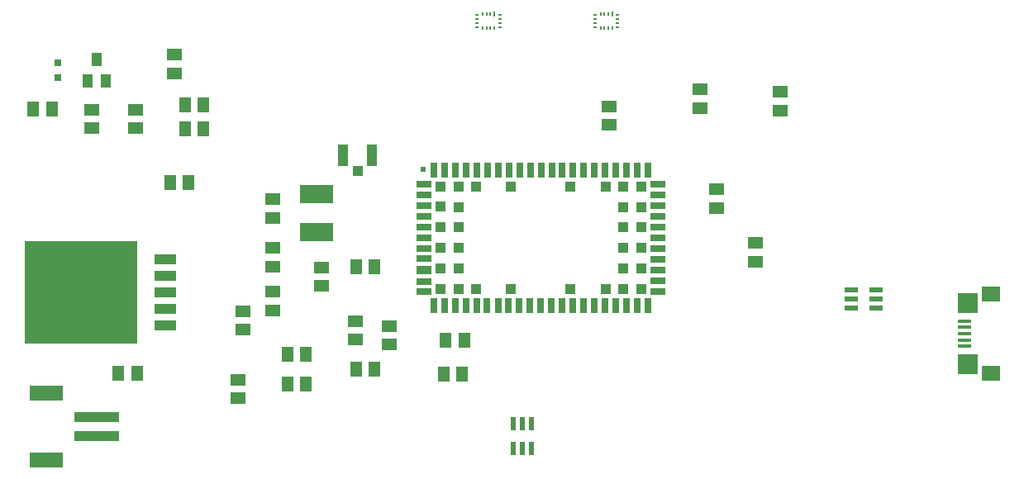
<source format=gbr>
G04 EAGLE Gerber RS-274X export*
G75*
%MOMM*%
%FSLAX34Y34*%
%LPD*%
%INSolderpaste Top*%
%IPPOS*%
%AMOC8*
5,1,8,0,0,1.08239X$1,22.5*%
G01*
%ADD10R,2.286000X1.016000*%
%ADD11R,11.633200X10.591800*%
%ADD12R,2.000000X2.100000*%
%ADD13R,1.900000X1.600000*%
%ADD14R,1.350000X0.400000*%
%ADD15R,1.050000X2.200000*%
%ADD16R,1.050000X1.000000*%
%ADD17R,0.250000X0.550000*%
%ADD18R,0.250000X0.450000*%
%ADD19R,0.450000X0.250000*%
%ADD20R,4.600000X1.000000*%
%ADD21R,3.400000X1.600000*%
%ADD22R,1.500000X1.300000*%
%ADD23R,1.000000X1.400000*%
%ADD24R,0.800000X0.800000*%
%ADD25R,1.300000X1.500000*%
%ADD26R,3.400000X1.900000*%
%ADD27R,0.599441X0.599441*%
%ADD28R,1.501141X0.800100*%
%ADD29R,1.501141X0.899159*%
%ADD30R,0.800100X1.501141*%
%ADD31R,1.099819X1.099819*%
%ADD32R,0.558800X1.320800*%
%ADD33R,1.320800X0.558800*%


D10*
X155126Y275104D03*
X155126Y292122D03*
X155126Y309140D03*
X155126Y326158D03*
X155126Y343176D03*
D11*
X69020Y309140D03*
D12*
X977120Y235600D03*
X977120Y297600D03*
D13*
X1000620Y225600D03*
X1000620Y307600D03*
D14*
X973870Y253600D03*
X973870Y260100D03*
X973870Y266600D03*
X973870Y273100D03*
X973870Y279600D03*
D15*
X337650Y449600D03*
X367150Y449600D03*
D16*
X352400Y433600D03*
D17*
X613100Y594100D03*
D18*
X609100Y594600D03*
X605100Y594600D03*
X601100Y594600D03*
D19*
X595600Y593100D03*
X595600Y589100D03*
X595600Y585100D03*
X595600Y581100D03*
D18*
X601100Y579600D03*
X605100Y579600D03*
X609100Y579600D03*
X613100Y579600D03*
D19*
X618600Y581100D03*
X618600Y585100D03*
X618600Y589100D03*
X618600Y593100D03*
D20*
X85100Y161260D03*
X85100Y181260D03*
D21*
X33100Y137260D03*
X33100Y205260D03*
D17*
X492300Y594100D03*
D18*
X488300Y594600D03*
X484300Y594600D03*
X480300Y594600D03*
D19*
X474800Y593100D03*
X474800Y589100D03*
X474800Y585100D03*
X474800Y581100D03*
D18*
X480300Y579600D03*
X484300Y579600D03*
X488300Y579600D03*
X492300Y579600D03*
D19*
X497800Y581100D03*
X497800Y585100D03*
X497800Y589100D03*
X497800Y593100D03*
D22*
X164640Y552420D03*
X164640Y533420D03*
D23*
X84840Y547520D03*
X94340Y525520D03*
X75340Y525520D03*
D24*
X44840Y544020D03*
X44840Y529020D03*
D25*
X280500Y245000D03*
X299500Y245000D03*
D22*
X265000Y385500D03*
X265000Y404500D03*
X265000Y335500D03*
X265000Y354500D03*
D25*
X20020Y496520D03*
X39020Y496520D03*
D22*
X265000Y309500D03*
X265000Y290500D03*
X235000Y270500D03*
X235000Y289500D03*
X720000Y414500D03*
X720000Y395500D03*
X785000Y514500D03*
X785000Y495500D03*
X610000Y480500D03*
X610000Y499500D03*
X702700Y516800D03*
X702700Y497800D03*
D25*
X280500Y215000D03*
X299500Y215000D03*
D22*
X230000Y219500D03*
X230000Y200500D03*
X385000Y255500D03*
X385000Y274500D03*
D25*
X440500Y225000D03*
X459500Y225000D03*
X350500Y230000D03*
X369500Y230000D03*
D22*
X350000Y260500D03*
X350000Y279500D03*
X79680Y496020D03*
X79680Y477020D03*
D25*
X107220Y226360D03*
X126220Y226360D03*
D22*
X760000Y359500D03*
X760000Y340500D03*
D25*
X160100Y421120D03*
X179100Y421120D03*
X175340Y501520D03*
X194340Y501520D03*
X175260Y476520D03*
X194260Y476520D03*
D22*
X124840Y496020D03*
X124840Y477020D03*
D25*
X369580Y335000D03*
X350580Y335000D03*
D22*
X315000Y334500D03*
X315000Y315500D03*
D26*
X310000Y370500D03*
X310000Y409500D03*
D27*
X418998Y434975D03*
D28*
X420497Y420004D03*
X420479Y409009D03*
X420493Y364998D03*
X420492Y387000D03*
X420479Y376020D03*
X420479Y354004D03*
X420489Y398016D03*
X420480Y343995D03*
X420500Y319995D03*
X420493Y309988D03*
D29*
X420486Y331996D03*
D30*
X429992Y295492D03*
X451975Y295491D03*
X440977Y295479D03*
X462980Y295492D03*
X473988Y295493D03*
X484973Y295493D03*
X495991Y295493D03*
X506989Y295493D03*
X528980Y295479D03*
X517977Y295481D03*
X550970Y295491D03*
X539982Y295503D03*
X561976Y295483D03*
X572957Y295492D03*
X583954Y295482D03*
X594961Y295483D03*
X605959Y295487D03*
X627963Y295478D03*
X616960Y295491D03*
X649963Y295480D03*
X638962Y295501D03*
D28*
X659501Y310004D03*
X659505Y320997D03*
X659492Y331990D03*
X659510Y353980D03*
X659497Y342998D03*
X659514Y386982D03*
X659510Y375995D03*
X659514Y364988D03*
X659512Y397969D03*
X659509Y408984D03*
X659495Y419971D03*
D30*
X441043Y434511D03*
X430035Y434498D03*
X452040Y434502D03*
X463023Y434494D03*
X474051Y434509D03*
X496039Y434497D03*
X507041Y434498D03*
X529024Y434497D03*
X518038Y434511D03*
X540018Y434501D03*
X551021Y434512D03*
X485042Y434510D03*
X573012Y434494D03*
X562007Y434512D03*
X584021Y434508D03*
X595002Y434493D03*
X606016Y434506D03*
X628019Y434508D03*
X617012Y434493D03*
X650013Y434501D03*
X639000Y434501D03*
D31*
X455514Y312508D03*
X455509Y396532D03*
X455514Y375517D03*
X473526Y312520D03*
X455506Y354526D03*
X455521Y333516D03*
X437501Y312499D03*
X437505Y417535D03*
X437507Y396543D03*
X437506Y375537D03*
X437506Y354421D03*
X437502Y333526D03*
X624482Y312509D03*
X624480Y333507D03*
X624467Y354524D03*
X624485Y396525D03*
X624474Y417545D03*
X624477Y375519D03*
X642479Y396529D03*
X642475Y312513D03*
X642476Y375530D03*
X642476Y354518D03*
X642491Y333525D03*
X642486Y417497D03*
X509514Y312515D03*
X509512Y417530D03*
X606457Y417548D03*
X473522Y417536D03*
X570467Y417527D03*
X570470Y312499D03*
X455517Y417537D03*
X606470Y312516D03*
D25*
X461600Y260200D03*
X442600Y260200D03*
D32*
X530638Y173980D03*
X521240Y173980D03*
X511842Y173980D03*
X511842Y148580D03*
X521240Y148580D03*
X530638Y148580D03*
D33*
X858240Y311518D03*
X858240Y302120D03*
X858240Y292722D03*
X883640Y292722D03*
X883640Y302120D03*
X883640Y311518D03*
M02*

</source>
